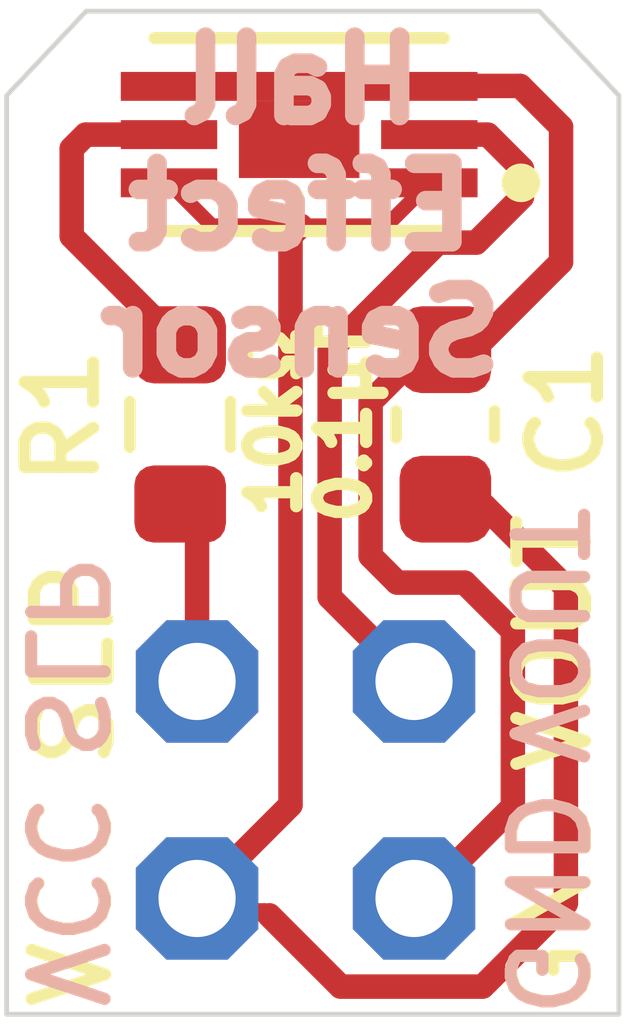
<source format=kicad_pcb>
(kicad_pcb (version 20221018) (generator pcbnew)
  (layers (0 "F.Cu" signal) (31 "B.Cu" signal) (34 "B.Paste" user) (35 "F.Paste" user) (36 "B.SilkS" user "B.Silkscreen") (37 "F.SilkS" user "F.Silkscreen") (38 "B.Mask" user) (39 "F.Mask" user) (44 "Edge.Cuts" user))
  (net 0 "")
  (net 1 "/HALL1_VCC")
  (net 2 "/HALL1_GND")
  (net 3 "/HALL1_VOUT")
  (net 4 "/HALL1_~{SLEEP_IN}")
  (net 5 "/~{SLEEP1}")
  (footprint "Resistor_SMD:R_0603_1608Metric" (layer "F.Cu") (at 26.325 179.535 90)
    (fp_text reference "R1" (at 0.085 -1.225 90) (layer "F.SilkS") (effects (font (size 0.7112 0.7112) (thickness 0.127))))
    (fp_text value "10kΩ" (at 0.035 0.975 90) (layer "F.SilkS") (effects (font (size 0.508 0.508) (thickness 0.127))))
    (fp_line (start -0.237258 -0.5225) (end 0.237258 -0.5225) (stroke (width 0.12)) (layer "F.SilkS"))
    (fp_line (start -0.237258 0.5225) (end 0.237258 0.5225) (stroke (width 0.12)) (layer "F.SilkS"))
    (pad "1" smd roundrect (at -0.825 0 90) (size 0.8 0.95) (layers "F.Cu" "F.Paste" "F.Mask") (net 4 "/HALL1_~{SLEEP_IN}"))
    (pad "2" smd roundrect (at 0.825 0 90) (size 0.8 0.95) (layers "F.Cu" "F.Paste" "F.Mask") (net 5 "/~{SLEEP1}"))
  )
  (footprint "Capacitor_SMD:C_0603_1608Metric" (layer "F.Cu") (at 29.075 179.535 90)
    (fp_text reference "C1" (at 0.135 1.25 90) (layer "F.SilkS") (effects (font (size 0.7112 0.7112) (thickness 0.127))))
    (fp_text value "0.1µF" (at 0.085 -1.05 90) (layer "F.SilkS") (effects (font (size 0.508 0.508) (thickness 0.127))))
    (fp_line (start -0.14058 -0.51) (end 0.14058 -0.51) (stroke (width 0.12)) (layer "F.SilkS"))
    (fp_line (start -0.14058 0.51) (end 0.14058 0.51) (stroke (width 0.12)) (layer "F.SilkS"))
    (pad "1" smd roundrect (at -0.775 0 90) (size 0.9 0.95) (layers "F.Cu" "F.Paste" "F.Mask") (net 1 "/HALL1_VCC"))
    (pad "2" smd roundrect (at 0.775 0 90) (size 0.9 0.95) (layers "F.Cu" "F.Paste" "F.Mask") (net 2 "/HALL1_GND"))
  )
  (footprint "A1395SEHLT-T:SENSOR_A1395SEHLT-T" (layer "F.Cu") (at 27.559 176.53 180)
    (fp_text reference "U1" hide)
    (fp_text value "A1395SEHLT-T" hide)
    (fp_line (start -1.5 -1) (end 1.5 -1) (stroke (width 0.127)) (layer "F.SilkS"))
    (fp_line (start 1.5 1) (end -1.5 1) (stroke (width 0.127)) (layer "F.SilkS"))
    (fp_circle (center -2.3 -0.5) (end -2.2 -0.5) (stroke (width 0.2)) (fill none) (layer "F.SilkS"))
    (pad "1" smd rect (at -1.35 -0.5 180) (size 1 0.3) (layers "F.Cu" "F.Paste" "F.Mask") (net 1 "/HALL1_VCC"))
    (pad "2" smd rect (at -1.35 0 180) (size 1 0.3) (layers "F.Cu" "F.Paste" "F.Mask") (net 3 "/HALL1_VOUT"))
    (pad "3" smd rect (at 0 0.5 90) (size 0.3 3.7) (layers "F.Cu" "F.Paste" "F.Mask") (net 2 "/HALL1_GND"))
    (pad "4" smd rect (at 0 -0.05 180) (size 1.25 0.8) (layers "F.Cu" "F.Mask") (net 2 "/HALL1_GND"))
    (pad "5" smd rect (at 1.35 0 180) (size 1 0.3) (layers "F.Cu" "F.Paste" "F.Mask") (net 5 "/~{SLEEP1}"))
    (pad "6" smd rect (at 1.35 -0.5 180) (size 1 0.3) (layers "F.Cu" "F.Paste" "F.Mask") (net 1 "/HALL1_VCC"))
  )
  (footprint "Miller_parts:2X2_2.25MM" (layer "F.Cu") (at 27.625 183.325 180)
    (fp_text reference "HALL1_HEADER1" hide)
    (fp_text value "PINHD-2X21.5MM_SILK" hide)
    (pad "P$1" thru_hole roundrect (at -1.125 -1.125 180) (size 1.27 1.27) (drill 0.8) (layers "*.Cu" "*.Mask") (chamfer_ratio 0.25) (chamfer top_left top_right bottom_left bottom_right) (net 2 "/HALL1_GND"))
    (pad "P$2" thru_hole roundrect (at 1.125 -1.125 180) (size 1.27 1.27) (drill 0.8) (layers "*.Cu" "*.Mask") (chamfer_ratio 0.25) (chamfer top_left top_right bottom_left bottom_right) (net 1 "/HALL1_VCC"))
    (pad "P$3" thru_hole roundrect (at -1.125 1.125 180) (size 1.27 1.27) (drill 0.8) (layers "*.Cu" "*.Mask") (chamfer_ratio 0.25) (chamfer top_left top_right bottom_left bottom_right) (net 3 "/HALL1_VOUT"))
    (pad "P$4" thru_hole roundrect (at 1.125 1.125 180) (size 1.27 1.27) (drill 0.8) (layers "*.Cu" "*.Mask") (chamfer_ratio 0.25) (chamfer top_left top_right bottom_left bottom_right) (net 4 "/HALL1_~{SLEEP_IN}"))
  )
  (gr_poly (pts (xy 30.875 176.125) (xy 30.875 185.65) (xy 24.525 185.65) (xy 24.525 176.125) (xy 25.35 175.25) (xy 30.05 175.25)) (stroke (width 0.05)) (fill none) (layer "Edge.Cuts"))
  (gr_text "GND" (at 30.1 184.5 -90) (layer "B.SilkS") (effects (font (size 0.762 0.762) (thickness 0.127)) (justify mirror)))
  (gr_text "VCC" (at 25.125 184.475 -90) (layer "B.SilkS") (effects (font (size 0.762 0.762) (thickness 0.127)) (justify mirror)))
  (gr_text "SLP" (at 25.125 181.95 -90) (layer "B.SilkS") (effects (font (size 0.762 0.762) (thickness 0.127)) (justify mirror)))
  (gr_text "Hall\nEffect\nSensor" (at 27.575 177.275) (layer "B.SilkS") (effects (font (size 0.8128 0.8128) (thickness 0.2032)) (justify mirror)))
  (gr_text "VOUT" (at 30.125 181.725 -90) (layer "B.SilkS") (effects (font (size 0.7112 0.7112) (thickness 0.127)) (justify mirror)))
  (gr_text "GND" (at 30.175 184.5 90) (layer "F.SilkS") (effects (font (size 0.762 0.762) (thickness 0.127))))
  (gr_text "VCC" (at 25.2 184.475 90) (layer "F.SilkS") (effects (font (size 0.762 0.762) (thickness 0.127))))
  (gr_text "VOUT" (at 30.2 181.8 90) (layer "F.SilkS") (effects (font (size 0.7112 0.7112) (thickness 0.127))))
  (gr_text "SLP" (at 25.225 182.025 90) (layer "F.SilkS") (effects (font (size 0.762 0.762) (thickness 0.127))))
  (segment (start 27.575 177.475) (end 28.464 177.475) (width 0.1524) (layer "F.Cu") (net 1))
  (segment (start 27.46908 177.58092) (end 27.575 177.475) (width 0.254) (layer "F.Cu") (net 1))
  (segment (start 27.2 184.575) (end 26.375 184.575) (width 0.1524) (layer "F.Cu") (net 1))
  (segment (start 30.325 184.5) (end 29.46108 185.36392) (width 0.254) (layer "F.Cu") (net 1))
  (segment (start 29.41 180.31) (end 30.325 181.225) (width 0.254) (layer "F.Cu") (net 1))
  (segment (start 30.325 181.225) (end 30.325 184.5) (width 0.254) (layer "F.Cu") (net 1))
  (segment (start 27.46908 183.48092) (end 27.46908 177.58092) (width 0.254) (layer "F.Cu") (net 1))
  (segment (start 26.209 177.03) (end 26.654 177.475) (width 0.1524) (layer "F.Cu") (net 1))
  (segment (start 29.075 180.31) (end 29.41 180.31) (width 0.254) (layer "F.Cu") (net 1))
  (segment (start 27.98892 185.36392) (end 27.25 184.625) (width 0.254) (layer "F.Cu") (net 1))
  (segment (start 26.5 184.45) (end 27.46908 183.48092) (width 0.254) (layer "F.Cu") (net 1))
  (segment (start 27.25 184.625) (end 27.2 184.575) (width 0.1524) (layer "F.Cu") (net 1))
  (segment (start 28.464 177.475) (end 28.909 177.03) (width 0.1524) (layer "F.Cu") (net 1))
  (segment (start 29.46108 185.36392) (end 27.98892 185.36392) (width 0.254) (layer "F.Cu") (net 1))
  (segment (start 26.654 177.475) (end 27.575 177.475) (width 0.1524) (layer "F.Cu") (net 1))
  (segment (start 28.575 181.175) (end 29.275 181.175) (width 0.254) (layer "F.Cu") (net 2))
  (segment (start 29.075 178.76) (end 28.84 178.76) (width 0.254) (layer "F.Cu") (net 2))
  (segment (start 28.3 180.9) (end 28.575 181.175) (width 0.254) (layer "F.Cu") (net 2))
  (segment (start 28.114 176.025) (end 29.85 176.025) (width 0.254) (layer "F.Cu") (net 2))
  (segment (start 30.275 176.45) (end 30.275 177.85) (width 0.254) (layer "F.Cu") (net 2))
  (segment (start 29.275 181.175) (end 29.775 181.675) (width 0.254) (layer "F.Cu") (net 2))
  (segment (start 29.775 181.675) (end 29.775 183.5) (width 0.254) (layer "F.Cu") (net 2))
  (segment (start 28.3 179.3) (end 28.3 180.9) (width 0.254) (layer "F.Cu") (net 2))
  (segment (start 29.85 176.025) (end 30.275 176.45) (width 0.254) (layer "F.Cu") (net 2))
  (segment (start 29.775 183.5) (end 28.875 184.4) (width 0.254) (layer "F.Cu") (net 2))
  (segment (start 28.84 178.76) (end 28.3 179.3) (width 0.254) (layer "F.Cu") (net 2))
  (segment (start 30.275 177.85) (end 29.365 178.76) (width 0.254) (layer "F.Cu") (net 2))
  (segment (start 27.559 176.58) (end 28.114 176.025) (width 0.254) (layer "F.Cu") (net 2))
  (segment (start 29.365 178.76) (end 29.075 178.76) (width 0.254) (layer "F.Cu") (net 2))
  (segment (start 28.496 181.9) (end 28.875 181.9) (width 0.254) (layer "F.Cu") (net 3))
  (segment (start 28.909 176.53) (end 29.515222 176.53) (width 0.254) (layer "F.Cu") (net 3))
  (segment (start 29.515222 176.53) (end 29.86908 176.883858) (width 0.254) (layer "F.Cu") (net 3))
  (segment (start 27.875 181.325) (end 28.75 182.2) (width 0.254) (layer "F.Cu") (net 3))
  (segment (start 28.99735 177.65) (end 27.875 178.77235) (width 0.254) (layer "F.Cu") (net 3))
  (segment (start 29.395222 177.65) (end 28.99735 177.65) (width 0.254) (layer "F.Cu") (net 3))
  (segment (start 27.875 178.77235) (end 27.875 181.325) (width 0.254) (layer "F.Cu") (net 3))
  (segment (start 29.86908 177.176142) (end 29.395222 177.65) (width 0.254) (layer "F.Cu") (net 3))
  (segment (start 29.86908 176.883858) (end 29.86908 177.176142) (width 0.254) (layer "F.Cu") (net 3))
  (segment (start 26.325 180.36) (end 26.5 180.535) (width 0.254) (layer "F.Cu") (net 4))
  (segment (start 26.5 180.535) (end 26.5 182.2) (width 0.254) (layer "F.Cu") (net 4))
  (segment (start 25.2 177.585) (end 26.325 178.71) (width 0.254) (layer "F.Cu") (net 5))
  (segment (start 25.345 176.53) (end 25.2 176.675) (width 0.254) (layer "F.Cu") (net 5))
  (segment (start 26.209 176.53) (end 25.345 176.53) (width 0.254) (layer "F.Cu") (net 5))
  (segment (start 25.2 176.675) (end 25.2 177.585) (width 0.254) (layer "F.Cu") (net 5))
)
</source>
